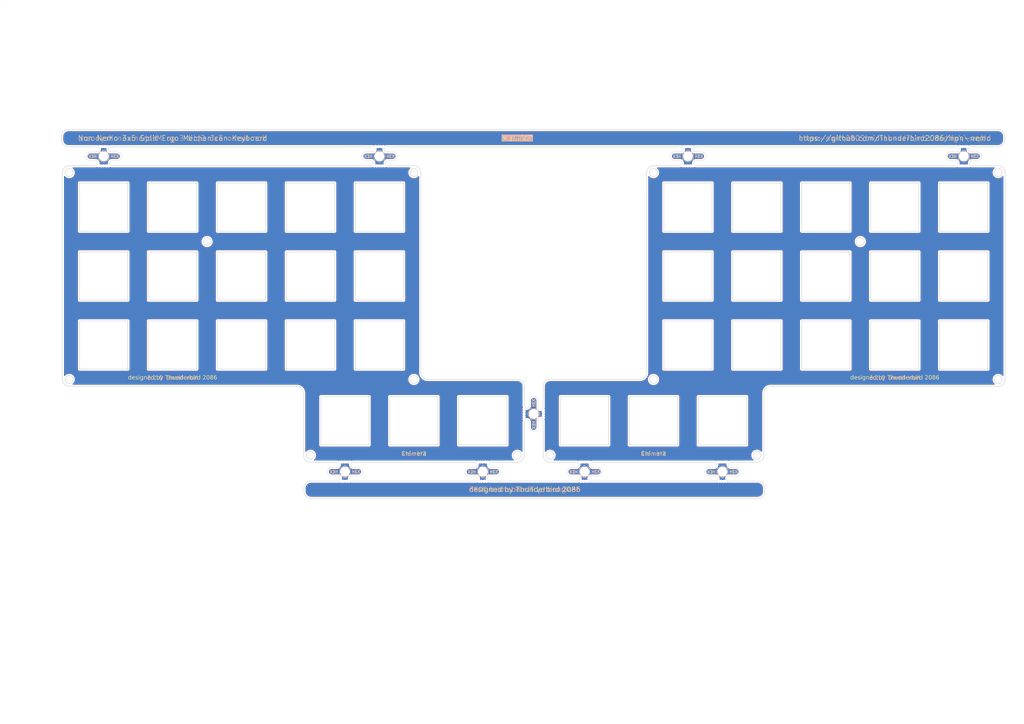
<source format=kicad_pcb>
(kicad_pcb (version 20240108) (generator "pcbnew") (generator_version "8.0")
  (title_block (title "top_chimera") (date "2025-04-06") (rev "0.1.6") (company "Allen Choi"))
  (layers (0 "F.Cu" signal) (31 "B.Cu" signal) (34 "B.Paste" user) (35 "F.Paste" user) (36 "B.SilkS" user "B.Silkscreen") (37 "F.SilkS" user "F.Silkscreen") (38 "B.Mask" user) (39 "F.Mask" user) (44 "Edge.Cuts" user))
  (net 0 "")
  (net 1 "GND")
  (footprint "mousebites_5p5mm_easysnap" (layer "F.Cu") (at 209.5 139.5 -90)
    (property "Reference" "X3" (hide yes))
    (property "Value" "5.5mm" (hide yes))
    (fp_line (start -1.5 3.9) (end -1.5 2.03) (stroke (width 0.1)) (layer "Edge.Cuts"))
    (fp_line (start -4 2.4) (end -4 3.9) (stroke (width 0.1)) (layer "Edge.Cuts"))
    (fp_line (start -1.5 -2.03) (end -1.5 -3.9) (stroke (width 0.1)) (layer "Edge.Cuts"))
    (fp_line (start -4 -3.9) (end -4 -2.4) (stroke (width 0.1)) (layer "Edge.Cuts"))
    (fp_arc (start -1.5 3.9) (mid -2.75 5.15) (end -4 3.9) (stroke (width 0.1)) (layer "Edge.Cuts"))
    (fp_arc (start -5.5 2.4) (mid -4.75 1.65) (end -4 2.4) (stroke (width 0.1)) (layer "Edge.Cuts"))
    (fp_arc (start -1.5 2.03) (mid -0.75 1.28) (end 0 2.03) (stroke (width 0.1)) (layer "Edge.Cuts"))
    (fp_arc (start 0 -2.03) (mid -0.75 -1.28) (end -1.5 -2.03) (stroke (width 0.1)) (layer "Edge.Cuts"))
    (fp_arc (start -4 -2.4) (mid -4.75 -1.65) (end -5.5 -2.4) (stroke (width 0.1)) (layer "Edge.Cuts"))
    (fp_arc (start -4 -3.9) (mid -2.75 -5.15) (end -1.5 -3.9) (stroke (width 0.1)) (layer "Edge.Cuts"))
    (fp_text user "HEX" (at -2.75 3.2 0) (layer "B.SilkS") (effects (font (size 0.8 0.8)) (justify mirror)))
    (fp_text user "HEX" (at -2.75 -3.2 180) (layer "B.SilkS") (effects (font (size 0.8 0.8)) (justify mirror)))
    (fp_text user "HEX" (at -2.75 -3.2 0) (layer "F.SilkS") (effects (font (size 0.8 0.8))))
    (fp_text user "HEX" (at -2.75 3.2 180) (layer "F.SilkS") (effects (font (size 0.8 0.8))))
    (pad "" np_thru_hole circle (at -5.55 -1.48 90) (size 0.5 0.5) (drill 0.5) (layers "F&B.Cu" "*.Mask"))
    (pad "" np_thru_hole circle (at -5.55 -0.74 90) (size 0.5 0.5) (drill 0.5) (layers "F&B.Cu" "*.Mask"))
    (pad "" np_thru_hole circle (at -5.55 0 90) (size 0.5 0.5) (drill 0.5) (layers "F&B.Cu" "*.Mask"))
    (pad "" np_thru_hole circle (at -5.55 0.74 90) (size 0.5 0.5) (drill 0.5) (layers "F&B.Cu" "*.Mask"))
    (pad "" np_thru_hole circle (at -5.55 1.48 90) (size 0.5 0.5) (drill 0.5) (layers "F&B.Cu" "*.Mask"))
    (pad "" np_thru_hole circle (at -2.75 0 90) (size 2.4 2.4) (drill 2.4) (layers "F&B.Cu" "*.Mask"))
    (pad "" np_thru_hole circle (at 0.05 -1.11 270) (size 0.5 0.5) (drill 0.5) (layers "F&B.Cu" "*.Mask"))
    (pad "" np_thru_hole circle (at 0.05 -0.37 270) (size 0.5 0.5) (drill 0.5) (layers "F&B.Cu" "*.Mask"))
    (pad "" np_thru_hole circle (at 0.05 0.37 270) (size 0.5 0.5) (drill 0.5) (layers "F&B.Cu" "*.Mask"))
    (pad "" np_thru_hole circle (at 0.05 1.11 270) (size 0.5 0.5) (drill 0.5) (layers "F&B.Cu" "*.Mask"))
  )
  (footprint "mousebites_5p5mm_easysnap" (layer "F.Cu") (at 279.5 42.5 90)
    (property "Reference" "X7" (hide yes))
    (property "Value" "5.5mm" (hide yes))
    (fp_line (start -4 -3.9) (end -4 -2.4) (stroke (width 0.1)) (layer "Edge.Cuts"))
    (fp_line (start -1.5 -2.03) (end -1.5 -3.9) (stroke (width 0.1)) (layer "Edge.Cuts"))
    (fp_line (start -4 2.4) (end -4 3.9) (stroke (width 0.1)) (layer "Edge.Cuts"))
    (fp_line (start -1.5 3.9) (end -1.5 2.03) (stroke (width 0.1)) (layer "Edge.Cuts"))
    (fp_arc (start -4 -3.9) (mid -2.75 -5.15) (end -1.5 -3.9) (stroke (width 0.1)) (layer "Edge.Cuts"))
    (fp_arc (start -4 -2.4) (mid -4.75 -1.65) (end -5.5 -2.4) (stroke (width 0.1)) (layer "Edge.Cuts"))
    (fp_arc (start 0 -2.03) (mid -0.75 -1.28) (end -1.5 -2.03) (stroke (width 0.1)) (layer "Edge.Cuts"))
    (fp_arc (start -1.5 2.03) (mid -0.75 1.28) (end 0 2.03) (stroke (width 0.1)) (layer "Edge.Cuts"))
    (fp_arc (start -5.5 2.4) (mid -4.75 1.65) (end -4 2.4) (stroke (width 0.1)) (layer "Edge.Cuts"))
    (fp_arc (start -1.5 3.9) (mid -2.75 5.15) (end -4 3.9) (stroke (width 0.1)) (layer "Edge.Cuts"))
    (fp_text user "HEX" (at -2.75 3.2 180) (layer "B.SilkS") (effects (font (size 0.8 0.8)) (justify mirror)))
    (fp_text user "HEX" (at -2.75 -3.2 0) (layer "B.SilkS") (effects (font (size 0.8 0.8)) (justify mirror)))
    (fp_text user "HEX" (at -2.75 3.2 0) (layer "F.SilkS") (effects (font (size 0.8 0.8))))
    (fp_text user "HEX" (at -2.75 -3.2 180) (layer "F.SilkS") (effects (font (size 0.8 0.8))))
    (pad "" np_thru_hole circle (at -5.55 -1.48 270) (size 0.5 0.5) (drill 0.5) (layers "F&B.Cu" "*.Mask"))
    (pad "" np_thru_hole circle (at -5.55 -0.74 270) (size 0.5 0.5) (drill 0.5) (layers "F&B.Cu" "*.Mask"))
    (pad "" np_thru_hole circle (at -5.55 0 270) (size 0.5 0.5) (drill 0.5) (layers "F&B.Cu" "*.Mask"))
    (pad "" np_thru_hole circle (at -5.55 0.74 270) (size 0.5 0.5) (drill 0.5) (layers "F&B.Cu" "*.Mask"))
    (pad "" np_thru_hole circle (at -5.55 1.48 270) (size 0.5 0.5) (drill 0.5) (layers "F&B.Cu" "*.Mask"))
    (pad "" np_thru_hole circle (at -2.75 0 270) (size 2.4 2.4) (drill 2.4) (layers "F&B.Cu" "*.Mask"))
    (pad "" np_thru_hole circle (at 0.05 -1.11 90) (size 0.5 0.5) (drill 0.5) (layers "F&B.Cu" "*.Mask"))
    (pad "" np_thru_hole circle (at 0.05 -0.37 90) (size 0.5 0.5) (drill 0.5) (layers "F&B.Cu" "*.Mask"))
    (pad "" np_thru_hole circle (at 0.05 0.37 90) (size 0.5 0.5) (drill 0.5) (layers "F&B.Cu" "*.Mask"))
    (pad "" np_thru_hole circle (at 0.05 1.11 90) (size 0.5 0.5) (drill 0.5) (layers "F&B.Cu" "*.Mask"))
  )
  (footprint "mousebites_5p5mm_easysnap" (layer "F.Cu") (at 199.5 42.5 90)
    (property "Reference" "X8" (hide yes))
    (property "Value" "5.5mm" (hide yes))
    (fp_line (start -4 -3.9) (end -4 -2.4) (stroke (width 0.1)) (layer "Edge.Cuts"))
    (fp_line (start -1.5 -2.03) (end -1.5 -3.9) (stroke (width 0.1)) (layer "Edge.Cuts"))
    (fp_line (start -4 2.4) (end -4 3.9) (stroke (width 0.1)) (layer "Edge.Cuts"))
    (fp_line (start -1.5 3.9) (end -1.5 2.03) (stroke (width 0.1)) (layer "Edge.Cuts"))
    (fp_arc (start -4 -3.9) (mid -2.75 -5.15) (end -1.5 -3.9) (stroke (width 0.1)) (layer "Edge.Cuts"))
    (fp_arc (start -4 -2.4) (mid -4.75 -1.65) (end -5.5 -2.4) (stroke (width 0.1)) (layer "Edge.Cuts"))
    (fp_arc (start 0 -2.03) (mid -0.75 -1.28) (end -1.5 -2.03) (stroke (width 0.1)) (layer "Edge.Cuts"))
    (fp_arc (start -1.5 2.03) (mid -0.75 1.28) (end 0 2.03) (stroke (width 0.1)) (layer "Edge.Cuts"))
    (fp_arc (start -5.5 2.4) (mid -4.75 1.65) (end -4 2.4) (stroke (width 0.1)) (layer "Edge.Cuts"))
    (fp_arc (start -1.5 3.9) (mid -2.75 5.15) (end -4 3.9) (stroke (width 0.1)) (layer "Edge.Cuts"))
    (fp_text user "HEX" (at -2.75 -3.2 0) (layer "B.SilkS") (effects (font (size 0.8 0.8)) (justify mirror)))
    (fp_text user "HEX" (at -2.75 3.2 180) (layer "B.SilkS") (effects (font (size 0.8 0.8)) (justify mirror)))
    (fp_text user "HEX" (at -2.75 3.2 0) (layer "F.SilkS") (effects (font (size 0.8 0.8))))
    (fp_text user "HEX" (at -2.75 -3.2 180) (layer "F.SilkS") (effects (font (size 0.8 0.8))))
    (pad "" np_thru_hole circle (at -5.55 -1.48 270) (size 0.5 0.5) (drill 0.5) (layers "F&B.Cu" "*.Mask"))
    (pad "" np_thru_hole circle (at -5.55 -0.74 270) (size 0.5 0.5) (drill 0.5) (layers "F&B.Cu" "*.Mask"))
    (pad "" np_thru_hole circle (at -5.55 0 270) (size 0.5 0.5) (drill 0.5) (layers "F&B.Cu" "*.Mask"))
    (pad "" np_thru_hole circle (at -5.55 0.74 270) (size 0.5 0.5) (drill 0.5) (layers "F&B.Cu" "*.Mask"))
    (pad "" np_thru_hole circle (at -5.55 1.48 270) (size 0.5 0.5) (drill 0.5) (layers "F&B.Cu" "*.Mask"))
    (pad "" np_thru_hole circle (at -2.75 0 270) (size 2.4 2.4) (drill 2.4) (layers "F&B.Cu" "*.Mask"))
    (pad "" np_thru_hole circle (at 0.05 -1.11 90) (size 0.5 0.5) (drill 0.5) (layers "F&B.Cu" "*.Mask"))
    (pad "" np_thru_hole circle (at 0.05 -0.37 90) (size 0.5 0.5) (drill 0.5) (layers "F&B.Cu" "*.Mask"))
    (pad "" np_thru_hole circle (at 0.05 0.37 90) (size 0.5 0.5) (drill 0.5) (layers "F&B.Cu" "*.Mask"))
    (pad "" np_thru_hole circle (at 0.05 1.11 90) (size 0.5 0.5) (drill 0.5) (layers "F&B.Cu" "*.Mask"))
  )
  (footprint "mousebites_5p5mm_easysnap" (layer "F.Cu") (at 157.5 120)
    (property "Reference" "X9" (hide yes))
    (property "Value" "5.5mm" (hide yes))
    (fp_line (start -4 -3.9) (end -4 -2.4) (stroke (width 0.1)) (layer "Edge.Cuts"))
    (fp_line (start -4 2.4) (end -4 3.9) (stroke (width 0.1)) (layer "Edge.Cuts"))
    (fp_line (start -1.5 -2.03) (end -1.5 -3.9) (stroke (width 0.1)) (layer "Edge.Cuts"))
    (fp_line (start -1.5 3.9) (end -1.5 2.03) (stroke (width 0.1)) (layer "Edge.Cuts"))
    (fp_arc (start -5.5 2.4) (mid -4.75 1.65) (end -4 2.4) (stroke (width 0.1)) (layer "Edge.Cuts"))
    (fp_arc (start -4 -3.9) (mid -2.75 -5.15) (end -1.5 -3.9) (stroke (width 0.1)) (layer "Edge.Cuts"))
    (fp_arc (start -4 -2.4) (mid -4.75 -1.65) (end -5.5 -2.4) (stroke (width 0.1)) (layer "Edge.Cuts"))
    (fp_arc (start -1.5 2.03) (mid -0.75 1.28) (end 0 2.03) (stroke (width 0.1)) (layer "Edge.Cuts"))
    (fp_arc (start -1.5 3.9) (mid -2.75 5.15) (end -4 3.9) (stroke (width 0.1)) (layer "Edge.Cuts"))
    (fp_arc (start 0 -2.03) (mid -0.75 -1.28) (end -1.5 -2.03) (stroke (width 0.1)) (layer "Edge.Cuts"))
    (fp_text user "HEX" (at -2.75 -3.2 -90) (layer "B.SilkS") (effects (font (size 0.8 0.8)) (justify mirror)))
    (fp_text user "HEX" (at -2.75 3.2 90) (layer "B.SilkS") (effects (font (size 0.8 0.8)) (justify mirror)))
    (fp_text user "HEX" (at -2.75 -3.2 90) (layer "F.SilkS") (effects (font (size 0.8 0.8))))
    (fp_text user "HEX" (at -2.75 3.2 -90) (layer "F.SilkS") (effects (font (size 0.8 0.8))))
    (pad "" np_thru_hole circle (at -5.55 -1.48 180) (size 0.5 0.5) (drill 0.5) (layers "F&B.Cu" "*.Mask"))
    (pad "" np_thru_hole circle (at -5.55 -0.74 180) (size 0.5 0.5) (drill 0.5) (layers "F&B.Cu" "*.Mask"))
    (pad "" np_thru_hole circle (at -5.55 0 180) (size 0.5 0.5) (drill 0.5) (layers "F&B.Cu" "*.Mask"))
    (pad "" np_thru_hole circle (at -5.55 0.74 180) (size 0.5 0.5) (drill 0.5) (layers "F&B.Cu" "*.Mask"))
    (pad "" np_thru_hole circle (at -5.55 1.48 180) (size 0.5 0.5) (drill 0.5) (layers "F&B.Cu" "*.Mask"))
    (pad "" np_thru_hole circle (at -2.75 0 180) (size 2.4 2.4) (drill 2.4) (layers "F&B.Cu" "*.Mask"))
    (pad "" np_thru_hole circle (at 0.05 -1.11) (size 0.5 0.5) (drill 0.5) (layers "F&B.Cu" "*.Mask"))
    (pad "" np_thru_hole circle (at 0.05 -0.37) (size 0.5 0.5) (drill 0.5) (layers "F&B.Cu" "*.Mask"))
    (pad "" np_thru_hole circle (at 0.05 0.37) (size 0.5 0.5) (drill 0.5) (layers "F&B.Cu" "*.Mask"))
    (pad "" np_thru_hole circle (at 0.05 1.11) (size 0.5 0.5) (drill 0.5) (layers "F&B.Cu" "*.Mask"))
  )
  (footprint "mousebites_5p5mm_easysnap" (layer "F.Cu") (at 169.5 139.5 -90)
    (property "Reference" "X4" (hide yes))
    (property "Value" "5.5mm" (hide yes))
    (fp_line (start -1.5 3.9) (end -1.5 2.03) (stroke (width 0.1)) (layer "Edge.Cuts"))
    (fp_line (start -4 2.4) (end -4 3.9) (stroke (width 0.1)) (layer "Edge.Cuts"))
    (fp_line (start -1.5 -2.03) (end -1.5 -3.9) (stroke (width 0.1)) (layer "Edge.Cuts"))
    (fp_line (start -4 -3.9) (end -4 -2.4) (stroke (width 0.1)) (layer "Edge.Cuts"))
    (fp_arc (start -1.5 3.9) (mid -2.75 5.15) (end -4 3.9) (stroke (width 0.1)) (layer "Edge.Cuts"))
    (fp_arc (start -5.5 2.4) (mid -4.75 1.65) (end -4 2.4) (stroke (width 0.1)) (layer "Edge.Cuts"))
    (fp_arc (start -1.5 2.03) (mid -0.75 1.28) (end 0 2.03) (stroke (width 0.1)) (layer "Edge.Cuts"))
    (fp_arc (start 0 -2.03) (mid -0.75 -1.28) (end -1.5 -2.03) (stroke (width 0.1)) (layer "Edge.Cuts"))
    (fp_arc (start -4 -2.4) (mid -4.75 -1.65) (end -5.5 -2.4) (stroke (width 0.1)) (layer "Edge.Cuts"))
    (fp_arc (start -4 -3.9) (mid -2.75 -5.15) (end -1.5 -3.9) (stroke (width 0.1)) (layer "Edge.Cuts"))
    (fp_text user "HEX" (at -2.75 3.2 0) (layer "B.SilkS") (effects (font (size 0.8 0.8)) (justify mirror)))
    (fp_text user "HEX" (at -2.75 -3.2 180) (layer "B.SilkS") (effects (font (size 0.8 0.8)) (justify mirror)))
    (fp_text user "HEX" (at -2.75 -3.2 0) (layer "F.SilkS") (effects (font (size 0.8 0.8))))
    (fp_text user "HEX" (at -2.75 3.2 180) (layer "F.SilkS") (effects (font (size 0.8 0.8))))
    (pad "" np_thru_hole circle (at -5.55 -1.48 90) (size 0.5 0.5) (drill 0.5) (layers "F&B.Cu" "*.Mask"))
    (pad "" np_thru_hole circle (at -5.55 -0.74 90) (size 0.5 0.5) (drill 0.5) (layers "F&B.Cu" "*.Mask"))
    (pad "" np_thru_hole circle (at -5.55 0 90) (size 0.5 0.5) (drill 0.5) (layers "F&B.Cu" "*.Mask"))
    (pad "" np_thru_hole circle (at -5.55 0.74 90) (size 0.5 0.5) (drill 0.5) (layers "F&B.Cu" "*.Mask"))
    (pad "" np_thru_hole circle (at -5.55 1.48 90) (size 0.5 0.5) (drill 0.5) (layers "F&B.Cu" "*.Mask"))
    (pad "" np_thru_hole circle (at -2.75 0 90) (size 2.4 2.4) (drill 2.4) (layers "F&B.Cu" "*.Mask"))
    (pad "" np_thru_hole circle (at 0.05 -1.11 270) (size 0.5 0.5) (drill 0.5) (layers "F&B.Cu" "*.Mask"))
    (pad "" np_thru_hole circle (at 0.05 -0.37 270) (size 0.5 0.5) (drill 0.5) (layers "F&B.Cu" "*.Mask"))
    (pad "" np_thru_hole circle (at 0.05 0.37 270) (size 0.5 0.5) (drill 0.5) (layers "F&B.Cu" "*.Mask"))
    (pad "" np_thru_hole circle (at 0.05 1.11 270) (size 0.5 0.5) (drill 0.5) (layers "F&B.Cu" "*.Mask"))
  )
  (footprint "mousebites_5p5mm_easysnap" (layer "F.Cu") (at 100 139.5 -90)
    (property "Reference" "X1" (hide yes))
    (property "Value" "5.5mm" (hide yes))
    (fp_line (start -1.5 3.9) (end -1.5 2.03) (stroke (width 0.1)) (layer "Edge.Cuts"))
    (fp_line (start -4 2.4) (end -4 3.9) (stroke (width 0.1)) (layer "Edge.Cuts"))
    (fp_line (start -1.5 -2.03) (end -1.5 -3.9) (stroke (width 0.1)) (layer "Edge.Cuts"))
    (fp_line (start -4 -3.9) (end -4 -2.4) (stroke (width 0.1)) (layer "Edge.Cuts"))
    (fp_arc (start -1.5 3.9) (mid -2.75 5.15) (end -4 3.9) (stroke (width 0.1)) (layer "Edge.Cuts"))
    (fp_arc (start -5.5 2.4) (mid -4.75 1.65) (end -4 2.4) (stroke (width 0.1)) (layer "Edge.Cuts"))
    (fp_arc (start -1.5 2.03) (mid -0.75 1.28) (end 0 2.03) (stroke (width 0.1)) (layer "Edge.Cuts"))
    (fp_arc (start 0 -2.03) (mid -0.75 -1.28) (end -1.5 -2.03) (stroke (width 0.1)) (layer "Edge.Cuts"))
    (fp_arc (start -4 -2.4) (mid -4.75 -1.65) (end -5.5 -2.4) (stroke (width 0.1)) (layer "Edge.Cuts"))
    (fp_arc (start -4 -3.9) (mid -2.75 -5.15) (end -1.5 -3.9) (stroke (width 0.1)) (layer "Edge.Cuts"))
    (fp_text user "HEX" (at -2.75 -3.2 180) (layer "B.SilkS") (effects (font (size 0.8 0.8)) (justify mirror)))
    (fp_text user "HEX" (at -2.75 3.2 0) (layer "B.SilkS") (effects (font (size 0.8 0.8)) (justify mirror)))
    (fp_text user "HEX" (at -2.75 3.2 180) (layer "F.SilkS") (effects (font (size 0.8 0.8))))
    (fp_text user "HEX" (at -2.75 -3.2 0) (layer "F.SilkS") (effects (font (size 0.8 0.8))))
    (pad "" np_thru_hole circle (at -5.55 -1.48 90) (size 0.5 0.5) (drill 0.5) (layers "F&B.Cu" "*.Mask"))
    (pad "" np_thru_hole circle (at -5.55 -0.74 90) (size 0.5 0.5) (drill 0.5) (layers "F&B.Cu" "*.Mask"))
    (pad "" np_thru_hole circle (at -5.55 0 90) (size 0.5 0.5) (drill 0.5) (layers "F&B.Cu" "*.Mask"))
    (pad "" np_thru_hole circle (at -5.55 0.74 90) (size 0.5 0.5) (drill 0.5) (layers "F&B.Cu" "*.Mask"))
    (pad "" np_thru_hole circle (at -5.55 1.48 90) (size 0.5 0.5) (drill 0.5) (layers "F&B.Cu" "*.Mask"))
    (pad "" np_thru_hole circle (at -2.75 0 90) (size 2.4 2.4) (drill 2.4) (layers "F&B.Cu" "*.Mask"))
    (pad "" np_thru_hole circle (at 0.05 -1.11 270) (size 0.5 0.5) (drill 0.5) (layers "F&B.Cu" "*.Mask"))
    (pad "" np_thru_hole circle (at 0.05 -0.37 270) (size 0.5 0.5) (drill 0.5) (layers "F&B.Cu" "*.Mask"))
    (pad "" np_thru_hole circle (at 0.05 0.37 270) (size 0.5 0.5) (drill 0.5) (layers "F&B.Cu" "*.Mask"))
    (pad "" np_thru_hole circle (at 0.05 1.11 270) (size 0.5 0.5) (drill 0.5) (layers "F&B.Cu" "*.Mask"))
  )
  (footprint "mousebites_5p5mm_easysnap" (layer "F.Cu") (at 30 42.5 90)
    (property "Reference" "X5" (hide yes))
    (property "Value" "5.5mm" (hide yes))
    (fp_line (start -4 -3.9) (end -4 -2.4) (stroke (width 0.1)) (layer "Edge.Cuts"))
    (fp_line (start -1.5 -2.03) (end -1.5 -3.9) (stroke (width 0.1)) (layer "Edge.Cuts"))
    (fp_line (start -4 2.4) (end -4 3.9) (stroke (width 0.1)) (layer "Edge.Cuts"))
    (fp_line (start -1.5 3.9) (end -1.5 2.03) (stroke (width 0.1)) (layer "Edge.Cuts"))
    (fp_arc (start -4 -3.9) (mid -2.75 -5.15) (end -1.5 -3.9) (stroke (width 0.1)) (layer "Edge.Cuts"))
    (fp_arc (start -4 -2.4) (mid -4.75 -1.65) (end -5.5 -2.4) (stroke (width 0.1)) (layer "Edge.Cuts"))
    (fp_arc (start 0 -2.03) (mid -0.75 -1.28) (end -1.5 -2.03) (stroke (width 0.1)) (layer "Edge.Cuts"))
    (fp_arc (start -1.5 2.03) (mid -0.75 1.28) (end 0 2.03) (stroke (width 0.1)) (layer "Edge.Cuts"))
    (fp_arc (start -5.5 2.4) (mid -4.75 1.65) (end -4 2.4) (stroke (width 0.1)) (layer "Edge.Cuts"))
    (fp_arc (start -1.5 3.9) (mid -2.75 5.15) (end -4 3.9) (stroke (width 0.1)) (layer "Edge.Cuts"))
    (fp_text user "HEX" (at -2.75 3.2 180) (layer "B.SilkS") (effects (font (size 0.8 0.8)) (justify mirror)))
    (fp_text user "HEX" (at -2.75 -3.2 0) (layer "B.SilkS") (effects (font (size 0.8 0.8)) (justify mirror)))
    (fp_text user "HEX" (at -2.75 3.2 0) (layer "F.SilkS") (effects (font (size 0.8 0.8))))
    (fp_text user "HEX" (at -2.75 -3.2 180) (layer "F.SilkS") (effects (font (size 0.8 0.8))))
    (pad "" np_thru_hole circle (at -5.55 -1.48 270) (size 0.5 0.5) (drill 0.5) (layers "F&B.Cu" "*.Mask"))
    (pad "" np_thru_hole circle (at -5.55 -0.74 270) (size 0.5 0.5) (drill 0.5) (layers "F&B.Cu" "*.Mask"))
    (pad "" np_thru_hole circle (at -5.55 0 270) (size 0.5 0.5) (drill 0.5) (layers "F&B.Cu" "*.Mask"))
    (pad "" np_thru_hole circle (at -5.55 0.74 270) (size 0.5 0.5) (drill 0.5) (layers "F&B.Cu" "*.Mask"))
    (pad "" np_thru_hole circle (at -5.55 1.48 270) (size 0.5 0.5) (drill 0.5) (layers "F&B.Cu" "*.Mask"))
    (pad "" np_thru_hole circle (at -2.75 0 270) (size 2.4 2.4) (drill 2.4) (layers "F&B.Cu" "*.Mask"))
    (pad "" np_thru_hole circle (at 0.05 -1.11 90) (size 0.5 0.5) (drill 0.5) (layers "F&B.Cu" "*.Mask"))
    (pad "" np_thru_hole circle (at 0.05 -0.37 90) (size 0.5 0.5) (drill 0.5) (layers "F&B.Cu" "*.Mask"))
    (pad "" np_thru_hole circle (at 0.05 0.37 90) (size 0.5 0.5) (drill 0.5) (layers "F&B.Cu" "*.Mask"))
    (pad "" np_thru_hole circle (at 0.05 1.11 90) (size 0.5 0.5) (drill 0.5) (layers "F&B.Cu" "*.Mask"))
  )
  (footprint "mousebites_5p5mm_easysnap" (layer "F.Cu") (at 110 42.5 90)
    (property "Reference" "X6" (hide yes))
    (property "Value" "5.5mm" (hide yes))
    (fp_line (start -4 -3.9) (end -4 -2.4) (stroke (width 0.1)) (layer "Edge.Cuts"))
    (fp_line (start -1.5 -2.03) (end -1.5 -3.9) (stroke (width 0.1)) (layer "Edge.Cuts"))
    (fp_line (start -4 2.4) (end -4 3.9) (stroke (width 0.1)) (layer "Edge.Cuts"))
    (fp_line (start -1.5 3.9) (end -1.5 2.03) (stroke (width 0.1)) (layer "Edge.Cuts"))
    (fp_arc (start -4 -3.9) (mid -2.75 -5.15) (end -1.5 -3.9) (stroke (width 0.1)) (layer "Edge.Cuts"))
    (fp_arc (start -4 -2.4) (mid -4.75 -1.65) (end -5.5 -2.4) (stroke (width 0.1)) (layer "Edge.Cuts"))
    (fp_arc (start 0 -2.03) (mid -0.75 -1.28) (end -1.5 -2.03) (stroke (width 0.1)) (layer "Edge.Cuts"))
    (fp_arc (start -1.5 2.03) (mid -0.75 1.28) (end 0 2.03) (stroke (width 0.1)) (layer "Edge.Cuts"))
    (fp_arc (start -5.5 2.4) (mid -4.75 1.65) (end -4 2.4) (stroke (width 0.1)) (layer "Edge.Cuts"))
    (fp_arc (start -1.5 3.9) (mid -2.75 5.15) (end -4 3.9) (stroke (width 0.1)) (layer "Edge.Cuts"))
    (fp_text user "HEX" (at -2.75 -3.2 0) (layer "B.SilkS") (effects (font (size 0.8 0.8)) (justify mirror)))
    (fp_text user "HEX" (at -2.75 3.2 180) (layer "B.SilkS") (effects (font (size 0.8 0.8)) (justify mirror)))
    (fp_text user "HEX" (at -2.75 3.2 0) (layer "F.SilkS") (effects (font (size 0.8 0.8))))
    (fp_text user "HEX" (at -2.75 -3.2 180) (layer "F.SilkS") (effects (font (size 0.8 0.8))))
    (pad "" np_thru_hole circle (at -5.55 -1.48 270) (size 0.5 0.5) (drill 0.5) (layers "F&B.Cu" "*.Mask"))
    (pad "" np_thru_hole circle (at -5.55 -0.74 270) (size 0.5 0.5) (drill 0.5) (layers "F&B.Cu" "*.Mask"))
    (pad "" np_thru_hole circle (at -5.55 0 270) (size 0.5 0.5) (drill 0.5) (layers "F&B.Cu" "*.Mask"))
    (pad "" np_thru_hole circle (at -5.55 0.74 270) (size 0.5 0.5) (drill 0.5) (layers "F&B.Cu" "*.Mask"))
    (pad "" np_thru_hole circle (at -5.55 1.48 270) (size 0.5 0.5) (drill 0.5) (layers "F&B.Cu" "*.Mask"))
    (pad "" np_thru_hole circle (at -2.75 0 270) (size 2.4 2.4) (drill 2.4) (layers "F&B.Cu" "*.Mask"))
    (pad "" np_thru_hole circle (at 0.05 -1.11 90) (size 0.5 0.5) (drill 0.5) (layers "F&B.Cu" "*.Mask"))
    (pad "" np_thru_hole circle (at 0.05 -0.37 90) (size 0.5 0.5) (drill 0.5) (layers "F&B.Cu" "*.Mask"))
    (pad "" np_thru_hole circle (at 0.05 0.37 90) (size 0.5 0.5) (drill 0.5) (layers "F&B.Cu" "*.Mask"))
    (pad "" np_thru_hole circle (at 0.05 1.11 90) (size 0.5 0.5) (drill 0.5) (layers "F&B.Cu" "*.Mask"))
  )
  (footprint "mousebites_5p5mm_easysnap" (layer "F.Cu") (at 140 139.5 -90)
    (property "Reference" "X2" (hide yes))
    (property "Value" "5.5mm" (hide yes))
    (fp_line (start -1.5 3.9) (end -1.5 2.03) (stroke (width 0.1)) (layer "Edge.Cuts"))
    (fp_line (start -4 2.4) (end -4 3.9) (stroke (width 0.1)) (layer "Edge.Cuts"))
    (fp_line (start -1.5 -2.03) (end -1.5 -3.9) (stroke (width 0.1)) (layer "Edge.Cuts"))
    (fp_line (start -4 -3.9) (end -4 -2.4) (stroke (width 0.1)) (layer "Edge.Cuts"))
    (fp_arc (start -1.5 3.9) (mid -2.75 5.15) (end -4 3.9) (stroke (width 0.1)) (layer "Edge.Cuts"))
    (fp_arc (start -5.5 2.4) (mid -4.75 1.65) (end -4 2.4) (stroke (width 0.1)) (layer "Edge.Cuts"))
    (fp_arc (start -1.5 2.03) (mid -0.75 1.28) (end 0 2.03) (stroke (width 0.1)) (layer "Edge.Cuts"))
    (fp_arc (start 0 -2.03) (mid -0.75 -1.28) (end -1.5 -2.03) (stroke (width 0.1)) (layer "Edge.Cuts"))
    (fp_arc (start -4 -2.4) (mid -4.75 -1.65) (end -5.5 -2.4) (stroke (width 0.1)) (layer "Edge.Cuts"))
    (fp_arc (start -4 -3.9) (mid -2.75 -5.15) (end -1.5 -3.9) (stroke (width 0.1)) (layer "Edge.Cuts"))
    (fp_text user "HEX" (at -2.75 -3.2 180) (layer "B.SilkS") (effects (font (size 0.8 0.8)) (justify mirror)))
    (fp_text user "HEX" (at -2.75 3.2 0) (layer "B.SilkS") (effects (font (size 0.8 0.8)) (justify mirror)))
    (fp_text user "HEX" (at -2.75 -3.2 0) (layer "F.SilkS") (effects (font (size 0.8 0.8))))
    (fp_text user "HEX" (at -2.75 3.2 180) (layer "F.SilkS") (effects (font (size 0.8 0.8))))
    (pad "" np_thru_hole circle (at -5.55 -1.48 90) (size 0.5 0.5) (drill 0.5) (layers "F&B.Cu" "*.Mask"))
    (pad "" np_thru_hole circle (at -5.55 -0.74 90) (size 0.5 0.5) (drill 0.5) (layers "F&B.Cu" "*.Mask"))
    (pad "" np_thru_hole circle (at -5.55 0 90) (size 0.5 0.5) (drill 0.5) (layers "F&B.Cu" "*.Mask"))
    (pad "" np_thru_hole circle (at -5.55 0.74 90) (size 0.5 0.5) (drill 0.5) (layers "F&B.Cu" "*.Mask"))
    (pad "" np_thru_hole circle (at -5.55 1.48 90) (size 0.5 0.5) (drill 0.5) (layers "F&B.Cu" "*.Mask"))
    (pad "" np_thru_hole circle (at -2.75 0 90) (size 2.4 2.4) (drill 2.4) (layers "F&B.Cu" "*.Mask"))
    (pad "" np_thru_hole circle (at 0.05 -1.11 270) (size 0.5 0.5) (drill 0.5) (layers "F&B.Cu" "*.Mask"))
    (pad "" np_thru_hole circle (at 0.05 -0.37 270) (size 0.5 0.5) (drill 0.5) (layers "F&B.Cu" "*.Mask"))
    (pad "" np_thru_hole circle (at 0.05 0.37 270) (size 0.5 0.5) (drill 0.5) (layers "F&B.Cu" "*.Mask"))
    (pad "" np_thru_hole circle (at 0.05 1.11 270) (size 0.5 0.5) (drill 0.5) (layers "F&B.Cu" "*.Mask"))
  )
  (gr_line (start 152 122.4) (end 152 132) (stroke (width 0.15)) (layer "Edge.Cuts"))
  (gr_line (start 266.5 93) (end 252.5 93) (stroke (width 0.15)) (layer "Edge.Cuts"))
  (gr_circle (center 189.5 50) (end 190.65 50) (stroke (width 0.15)) (fill none) (layer "Edge.Cuts"))
  (gr_line (start 252.5 93) (end 252.5 107) (stroke (width 0.15)) (layer "Edge.Cuts"))
  (gr_line (start 159.5 110) (end 185.5 110) (stroke (width 0.15)) (layer "Edge.Cuts"))
  (gr_line (start 107 115) (end 93 115) (stroke (width 0.15)) (layer "Edge.Cuts"))
  (gr_arc (start 18 50) (mid 18.585786 48.585786) (end 20 48) (stroke (width 0.15)) (layer "Edge.Cuts"))
  (gr_line (start 159.5 134) (end 167.1 134) (stroke (width 0.15)) (layer "Edge.Cuts"))
  (gr_line (start 117 107) (end 117 93) (stroke (width 0.15)) (layer "Edge.Cuts"))
  (gr_arc (start 219.733 139.5) (mid 221.147214 140.085786) (end 221.733 141.5) (stroke (width 0.15)) (layer "Edge.Cuts"))
  (gr_line (start 171.53 139.5) (end 207.47 139.5) (stroke (width 0.15)) (layer "Edge.Cuts"))
  (gr_arc (start 157.5 112) (mid 158.085786 110.585786) (end 159.5 110) (stroke (width 0.15)) (layer "Edge.Cuts"))
  (gr_arc (start 187.5 108) (mid 186.914214 109.414214) (end 185.5 110) (stroke (width 0.15)) (layer "Edge.Cuts"))
  (gr_line (start 19.8 42.5) (end 27.97 42.5) (stroke (width 0.15)) (layer "Edge.Cuts"))
  (gr_line (start 266.5 53) (end 252.5 53) (stroke (width 0.15)) (layer "Edge.Cuts"))
  (gr_line (start 43 67) (end 57 67) (stroke (width 0.15)) (layer "Edge.Cuts"))
  (gr_line (start 147 115) (end 133 115) (stroke (width 0.15)) (layer "Edge.Cuts"))
  (gr_line (start 150 134) (end 142.4 134) (stroke (width 0.15)) (layer "Edge.Cuts"))
  (gr_circle (center 120 110) (end 121.15 110) (stroke (width 0.15)) (fill none) (layer "Edge.Cuts"))
  (gr_line (start 226.5 87) (end 226.5 73) (stroke (width 0.15)) (layer "Edge.Cuts"))
  (gr_circle (center 289.5 50) (end 290.65 50) (stroke (width 0.15)) (fill none) (layer "Edge.Cuts"))
  (gr_line (start 246.5 53) (end 232.5 53) (stroke (width 0.15)) (layer "Edge.Cuts"))
  (gr_line (start 266.5 67) (end 266.5 53) (stroke (width 0.15)) (layer "Edge.Cuts"))
  (gr_line (start 206.5 87) (end 206.5 73) (stroke (width 0.15)) (layer "Edge.Cuts"))
  (gr_line (start 197.1 48) (end 189.5 48) (stroke (width 0.15)) (layer "Edge.Cuts"))
  (gr_line (start 93 115) (end 93 129) (stroke (width 0.15)) (layer "Edge.Cuts"))
  (gr_line (start 103 53) (end 103 67) (stroke (width 0.15)) (layer "Edge.Cuts"))
  (gr_line (start 246.5 67) (end 246.5 53) (stroke (width 0.15)) (layer "Edge.Cuts"))
  (gr_line (start 63 107) (end 77 107) (stroke (width 0.15)) (layer "Edge.Cuts"))
  (gr_line (start 32.03 42.5) (end 107.97 42.5) (stroke (width 0.15)) (layer "Edge.Cuts"))
  (gr_circle (center 90 132) (end 91.15 132) (stroke (width 0.15)) (fill none) (layer "Edge.Cuts"))
  (gr_line (start 192.5 93) (end 192.5 107) (stroke (width 0.15)) (layer "Edge.Cuts"))
  (gr_line (start 226.5 73) (end 212.5 73) (stroke (width 0.15)) (layer "Edge.Cuts"))
  (gr_line (start 176.5 115) (end 162.5 115) (stroke (width 0.15)) (layer "Edge.Cuts"))
  (gr_line (start 226.5 107) (end 226.5 93) (stroke (width 0.15)) (layer "Edge.Cuts"))
  (gr_line (start 23 73) (end 23 87) (stroke (width 0.15)) (layer "Edge.Cuts"))
  (gr_line (start 252.5 87) (end 266.5 87) (stroke (width 0.15)) (layer "Edge.Cuts"))
  (gr_line (start 192.5 53) (end 192.5 67) (stroke (width 0.15)) (layer "Edge.Cuts"))
  (gr_line (start 103 67) (end 117 67) (stroke (width 0.15)) (layer "Edge.Cuts"))
  (gr_line (start 103 73) (end 103 87) (stroke (width 0.15)) (layer "Edge.Cuts"))
  (gr_line (start 20 48) (end 27.6 48) (stroke (width 0.15)) (layer "Edge.Cuts"))
  (gr_line (start 162.5 115) (end 162.5 129) (stroke (width 0.15)) (layer "Edge.Cuts"))
  (gr_line (start 147 129) (end 147 115) (stroke (width 0.15)) (layer "Edge.Cuts"))
  (gr_line (start 182.5 115) (end 182.5 129) (stroke (width 0.15)) (layer "Edge.Cuts"))
  (gr_line (start 37 73) (end 23 73) (stroke (width 0.15)) (layer "Edge.Cuts"))
  (gr_line (start 142.03 139.5) (end 167.47 139.5) (stroke (width 0.15)) (layer "Edge.Cuts"))
  (gr_line (start 113 129) (end 127 129) (stroke (width 0.15)) (layer "Edge.Cuts"))
  (gr_line (start 18 110) (end 18 50) (stroke (width 0.15)) (layer "Edge.Cuts"))
  (gr_line (start 246.5 73) (end 232.5 73) (stroke (width 0.15)) (layer "Edge.Cuts"))
  (gr_line (start 117 67) (end 117 53) (stroke (width 0.15)) (layer "Edge.Cuts"))
  (gr_line (start 127 115) (end 113 115) (stroke (width 0.15)) (layer "Edge.Cuts"))
  (gr_line (start 77 53) (end 63 53) (stroke (width 0.15)) (layer "Edge.Cuts"))
  (gr_line (start 212.5 87) (end 226.5 87) (stroke (width 0.15)) (layer "Edge.Cuts"))
  (gr_line (start 63 93) (end 63 107) (stroke (width 0.15)) (layer "Edge.Cuts"))
  (gr_line (start 23 87) (end 37 87) (stroke (width 0.15)) (layer "Edge.Cuts"))
  (gr_arc (start 150 110) (mid 151.414214 110.585786) (end 152 112) (stroke (width 0.15)) (layer "Edge.Cuts"))
  (gr_line (start 226.5 53) (end 212.5 53) (stroke (width 0.15)) (layer "Edge.Cuts"))
  (gr_arc (start 221.733 142.5) (mid 221.147214 143.914214) (end 219.733 144.5) (stroke (width 0.15)) (layer "Edge.Cuts"))
  (gr_line (start 266.5 87) (end 266.5 73) (stroke (width 0.15)) (layer "Edge.Cuts"))
  (gr_arc (start 289.5 48) (mid 290.914214 48.585786) (end 291.5 50) (stroke (width 0.15)) (layer "Edge.Cuts"))
  (gr_line (start 102.03 139.5) (end 137.97 139.5) (stroke (width 0.15)) (layer "Edge.Cuts"))
  (gr_line (start 113 115) (end 113 129) (stroke (width 0.15)) (layer "Edge.Cuts"))
  (gr_arc (start 86 112) (mid 87.414214 112.585786) (end 88 114) (stroke (width 0.15)) (layer "Edge.Cuts"))
  (gr_line (start 286.5 107) (end 286.5 93) (stroke (width 0.15)) (layer "Edge.Cuts"))
  (gr_circle (center 20 110) (end 21.15 110) (stroke (width 0.15)) (fill none) (layer "Edge.Cuts"))
  (gr_circle (center 289.5 110) (end 290.65 110) (stroke (width 0.15)) (fill none) (layer "Edge.Cuts"))
  (gr_line (start 232.5 73) (end 232.5 87) (stroke (width 0.15)) (layer "Edge.Cuts"))
  (gr_line (start 272.5 87) (end 286.5 87) (stroke (width 0.15)) (layer "Edge.Cuts"))
  (gr_line (start 37 107) (end 37 93) (stroke (width 0.15)) (layer "Edge.Cuts"))
  (gr_line (start 157.5 112) (end 157.5 117.97) (stroke (width 0.15)) (layer "Edge.Cuts"))
  (gr_line (start 117 93) (end 103 93) (stroke (width 0.15)) (layer "Edge.Cuts"))
  (gr_line (start 97 67) (end 97 53) (stroke (width 0.15)) (layer "Edge.Cuts"))
  (gr_arc (start 90.133 144.5) (mid 88.718786 143.914214) (end 88.133 142.5) (stroke (width 0.15)) (layer "Edge.Cuts"))
  (gr_line (start 187.5 108) (end 187.5 50) (stroke (width 0.15)) (layer "Edge.Cuts"))
  (gr_line (start 176.5 129) (end 176.5 115) (stroke (width 0.15)) (layer "Edge.Cuts"))
  (gr_line (start 124 110) (end 150 110) (stroke (width 0.15)) (layer "Edge.Cuts"))
  (gr_line (start 232.5 67) (end 246.5 67) (stroke (width 0.15)) (layer "Edge.Cuts"))
  (gr_line (start 226.5 67) (end 226.5 53) (stroke (width 0.15)) (layer "Edge.Cuts"))
  (gr_line (start 57 53) (end 43 53) (stroke (width 0.15)) (layer "Edge.Cuts"))
  (gr_line (start 88 114) (end 88 132) (stroke (width 0.15)) (layer "Edge.Cuts"))
  (gr_line (start 272.5 67) (end 286.5 67) (stroke (width 0.15)) (layer "Edge.Cuts"))
  (gr_line (start 232.5 53) (end 232.5 67) (stroke (width 0.15)) (layer "Edge.Cuts"))
  (gr_line (start 272.5 73) (end 272.5 87) (stroke (width 0.15)) (layer "Edge.Cuts"))
  (gr_line (start 23 93) (end 23 107) (stroke (width 0.15)) (layer "Edge.Cuts"))
  (gr_arc (start 152 132) (mid 151.414214 133.414214) (end 150 134) (stroke (width 0.15)) (layer "Edge.Cuts"))
  (gr_line (start 289.4 37.5) (end 19.8 37.5) (stroke (width 0.15)) (layer "Edge.Cuts"))
  (gr_line (start 211.53 139.5) (end 219.733 139.5) (stroke (width 0.15)) (layer "Edge.Cuts"))
  (gr_line (start 207.1 134) (end 171.9 134) (stroke (width 0.15)) (layer "Edge.Cuts"))
  (gr_line (start 83 73) (end 83 87) (stroke (width 0.15)) (layer "Edge.Cuts"))
  (gr_line (start 37 93) (end 23 93) (stroke (width 0.15)) (layer "Edge.Cuts"))
  (gr_line (start 252.5 53) (end 252.5 67) (stroke (width 0.15)) (layer "Edge.Cuts"))
  (gr_line (start 63 67) (end 77 67) (stroke (width 0.15)) (layer "Edge.Cuts"))
  (gr_line (start 0 0) (end 0 0) (stroke (width 0.15)) (layer "Edge.Cuts"))
  (gr_line (start 206.5 107) (end 206.5 93) (stroke (width 0.15)) (layer "Edge.Cuts"))
  (gr_circle (center 189.5 110) (end 190.65 110) (stroke (width 0.15)) (fill none) (layer "Edge.Cuts"))
  (gr_line (start 277.1 48) (end 201.9 48) (stroke (width 0.15)) (layer "Edge.Cuts"))
  (gr_line (start 57 73) (end 43 73) (stroke (width 0.15)) (layer "Edge.Cuts"))
  (gr_line (start 133 115) (end 133 129) (stroke (width 0.15)) (layer "Edge.Cuts"))
  (gr_line (start 57 93) (end 43 93) (stroke (width 0.15)) (layer "Edge.Cuts"))
  (gr_line (start 43 53) (end 43 67) (stroke (width 0.15)) (layer "Edge.Cuts"))
  (gr_circle (center 249.5 70) (end 250.65 70) (stroke (width 0.15)) (fill none) (layer "Edge.Cuts"))
  (gr_line (start 212.5 73) (end 212.5 87) (stroke (width 0.15)) (layer "Edge.Cuts"))
  (gr_line (start 202.5 129) (end 216.5 129) (stroke (width 0.15)) (layer "Edge.Cuts"))
  (gr_line (start 286.5 93) (end 272.5 93) (stroke (width 0.15)) (layer "Edge.Cuts"))
  (gr_line (start 281.9 48) (end 289.5 48) (stroke (width 0.15)) (layer "Edge.Cuts"))
  (gr_line (start 291.4 40.5) (end 291.4 39.5) (stroke (width 0.15)) (layer "Edge.Cuts"))
  (gr_line (start 201.53 42.5) (end 277.47 42.5) (stroke (width 0.15)) (layer "Edge.Cuts"))
  (gr_line (start 252.5 67) (end 266.5 67) (stroke (width 0.15)) (layer "Edge.Cuts"))
  (gr_line (start 206.5 53) (end 192.5 53) (stroke (width 0.15)) (layer "Edge.Cuts"))
  (gr_line (start 211.9 134) (end 219.5 134) (stroke (width 0.15)) (layer "Edge.Cuts"))
  (gr_line (start 216.5 129) (end 216.5 115) (stroke (width 0.15)) (layer "Edge.Cuts"))
  (gr_line (start 0 0) (end 0 0) (stroke (width 0.15)) (layer "Edge.Cuts"))
  (gr_arc (start 88.133 141.5) (mid 88.718786 140.085786) (end 90.133 139.5) (stroke (width 0.15)) (layer "Edge.Cuts"))
  (gr_line (start 246.5 87) (end 246.5 73) (stroke (width 0.15)) (layer "Edge.Cuts"))
  (gr_arc (start 289.4 37.5) (mid 290.814214 38.085786) (end 291.4 39.5) (stroke (width 0.15)) (layer "Edge.Cuts"))
  (gr_line (start 17.8 39.5) (end 17.8 40.5) (stroke (width 0.15)) (layer "Edge.Cuts"))
  (gr_line (start 197.47 42.5) (end 112.03 42.5) (stroke (width 0.15)) (layer "Edge.Cuts"))
  (gr_line (start 117 87) (end 117 73) (stroke (width 0.15)) (layer "Edge.Cuts"))
  (gr_line (start 286.5 53) (end 272.5 53) (stroke (width 0.15)) (layer "Edge.Cuts"))
  (gr_line (start 20 112) (end 86 112) (stroke (width 0.15)) (layer "Edge.Cuts"))
  (gr_line (start 206.5 73) (end 192.5 73) (stroke (width 0.15)) (layer "Edge.Cuts"))
  (gr_line (start 103 87) (end 117 87) (stroke (width 0.15)) (layer "Edge.Cuts"))
  (gr_line (start 37 87) (end 37 73) (stroke (width 0.15)) (layer "Edge.Cuts"))
  (gr_line (start 97 107) (end 97 93) (stroke (width 0.15)) (layer "Edge.Cuts"))
  (gr_circle (center 120 50) (end 121.15 50) (stroke (width 0.15)) (fill none) (layer "Edge.Cuts"))
  (gr_line (start 192.5 87) (end 206.5 87) (stroke (width 0.15)) (layer "Edge.Cuts"))
  (gr_arc (start 187.5 50) (mid 188.085786 48.585786) (end 189.5 48) (stroke (width 0.15)) (layer "Edge.Cuts"))
  (gr_line (start 221.5 132) (end 221.5 114) (stroke (width 0.15)) (layer "Edge.Cuts"))
  (gr_line (start 83 107) (end 97 107) (stroke (width 0.15)) (layer "Edge.Cuts"))
  (gr_line (start 291.5 110) (end 291.5 50) (stroke (width 0.15)) (layer "Edge.Cuts"))
  (gr_line (start 246.5 107) (end 246.5 93) (stroke (width 0.15)) (layer "Edge.Cuts"))
  (gr_line (start 286.5 73) (end 272.5 73) (stroke (width 0.15)) (layer "Edge.Cuts"))
  (gr_arc (start 221.5 132) (mid 220.914214 133.414214) (end 219.5 134) (stroke (width 0.15)) (layer "Edge.Cuts"))
  (gr_line (start 77 87) (end 77 73) (stroke (width 0.15)) (layer "Edge.Cuts"))
  (gr_line (start 182.5 129) (end 196.5 129) (stroke (width 0.15)) (layer "Edge.Cuts"))
  (gr_line (start 272.5 107) (end 286.5 107) (stroke (width 0.15)) (layer "Edge.Cuts"))
  (gr_line (start 252.5 73) (end 252.5 87) (stroke (width 0.15)) (layer "Edge.Cuts"))
  (gr_line (start 206.5 67) (end 206.5 53) (stroke (width 0.15)) (layer "Edge.Cuts"))
  (gr_line (start 266.5 73) (end 252.5 73) (stroke (width 0.15)) (layer "Edge.Cuts"))
  (gr_line (start 37 53) (end 23 53) (stroke (width 0.15)) (layer "Edge.Cuts"))
  (gr_line (start 77 73) (end 63 73) (stroke (width 0.15)) (layer "Edge.Cuts"))
  (gr_line (start 93 129) (end 107 129) (stroke (width 0.15)) (layer "Edge.Cuts"))
  (gr_arc (start 291.5 110) (mid 290.914214 111.414214) (end 289.5 112) (stroke (width 0.15)) (layer "Edge.Cuts"))
  (gr_line (start 281.53 42.5) (end 289.4 42.5) (stroke (width 0.15)) (layer "Edge.Cuts"))
  (gr_line (start 137.6 134) (end 102.4 134) (stroke (width 0.15)) (layer "Edge.Cuts"))
  (gr_line (start 196.5 129) (end 196.5 115) (stroke (width 0.15)) (layer "Edge.Cuts"))
  (gr_arc (start 90 134) (mid 88.585786 133.414214) (end 88 132) (stroke (width 0.15)) (layer "Edge.Cuts"))
  (gr_line (start 272.5 93) (end 272.5 107) (stroke (width 0.15)) (layer "Edge.Cuts"))
  (gr_line (start 83 93) (end 83 107) (stroke (width 0.15)) (layer "Edge.Cuts"))
  (gr_line (start 23 107) (end 37 107) (stroke (width 0.15)) (layer "Edge.Cuts"))
  (gr_line (start 77 107) (end 77 93) (stroke (width 0.15)) (layer "Edge.Cuts"))
  (gr_line (start 286.5 87) (end 286.5 73) (stroke (width 0.15)) (layer "Edge.Cuts"))
  (gr_line (start 0 0) (end 0 0) (stroke (width 0.15)) (layer "Edge.Cuts"))
  (gr_line (start 90 134) (end 97.6 134) (stroke (width 0.15)) (layer "Edge.Cuts"))
  (gr_line (start 63 73) (end 63 87) (stroke (width 0.15)) (layer "Edge.Cuts"))
  (gr_line (start 97.97 139.5) (end 90.133 139.5) (stroke (width 0.15)) (layer "Edge.Cuts"))
  (gr_line (start 117 53) (end 103 53) (stroke (width 0.15)) (layer "Edge.Cuts"))
  (gr_arc (start 120 48) (mid 121.414214 48.585786) (end 122 50) (stroke (width 0.15)) (layer "Edge.Cuts"))
  (gr_line (start 97 73) (end 83 73) (stroke (width 0.15)) (layer "Edge.Cuts"))
  (gr_line (start 83 67) (end 97 67) (stroke (width 0.15)) (layer "Edge.Cuts"))
  (gr_line (start 23 53) (end 23 67) (stroke (width 0.15)) (layer "Edge.Cuts"))
  (gr_line (start 103 93) (end 103 107) (stroke (width 0.15)) (layer "Edge.Cuts"))
  (gr_line (start 120 48) (end 112.4 48) (stroke (width 0.15)) (layer "Edge.Cuts"))
  (gr_line (start 162.5 129) (end 176.5 129) (stroke (width 0.15)) (layer "Edge.Cuts"))
  (gr_line (start 212.5 67) (end 226.5 67) (stroke (width 0.15)) (layer "Edge.Cuts"))
  (gr_line (start 212.5 93) (end 212.5 107) (stroke (width 0.15)) (layer "Edge.Cuts"))
  (gr_line (start 232.5 93) (end 232.5 107) (stroke (width 0.15)) (layer "Edge.Cuts"))
  (gr_line (start 196.5 115) (end 182.5 115) (stroke (width 0.15)) (layer "Edge.Cuts"))
  (gr_arc (start 17.8 39.5) (mid 18.385786 38.085786) (end 19.8 37.5) (stroke (width 0.15)) (layer "Edge.Cuts"))
  (gr_line (start 212.5 53) (end 212.5 67) (stroke (width 0.15)) (layer "Edge.Cuts"))
  (gr_line (start 63 87) (end 77 87) (stroke (width 0.15)) (layer "Edge.Cuts"))
  (gr_line (start 90.133 144.5) (end 219.733 144.5) (stroke (width 0.15)) (layer "Edge.Cuts"))
  (gr_line (start 83 87) (end 97 87) (stroke (width 0.15)) (layer "Edge.Cuts"))
  (gr_line (start 43 93) (end 43 107) (stroke (width 0.15)) (layer "Edge.Cuts"))
  (gr_arc (start 19.8 42.5) (mid 18.385786 41.914214) (end 17.8 40.5) (stroke (width 0.15)) (layer "Edge.Cuts"))
  (gr_line (start 152 117.6) (end 152 112) (stroke (width 0.15)) (layer "Edge.Cuts"))
  (gr_line (start 252.5 107) (end 266.5 107) (stroke (width 0.15)) (layer "Edge.Cuts"))
  (gr_line (start 266.5 107) (end 266.5 93) (stroke (width 0.15)) (layer "Edge.Cuts"))
  (gr_line (start 192.5 73) (end 192.5 87) (stroke (width 0.15)) (layer "Edge.Cuts"))
  (gr_line (start 192.5 67) (end 206.5 67) (stroke (width 0.15)) (layer "Edge.Cuts"))
  (gr_line (start 23 67) (end 37 67) (stroke (width 0.15)) (layer "Edge.Cuts"))
  (gr_line (start 77 93) (end 63 93) (stroke (width 0.15)) (layer "Edge.Cuts"))
  (gr_line (start 43 73) (end 43 87) (stroke (width 0.15)) (layer "Edge.Cuts"))
  (gr_circle (center 150 132) (end 151.15 132) (stroke (width 0.15)) (fill none) (layer "Edge.Cuts"))
  (gr_line (start 133 129) (end 147 129) (stroke (width 0.15)) (layer "Edge.Cuts"))
  (gr_line (start 127 129) (end 127 115) (stroke (width 0.15)) (layer "Edge.Cuts"))
  (gr_line (start 57 107) (end 57 93) (stroke (width 0.15)) (layer "Edge.Cuts"))
  (gr_line (start 37 67) (end 37 53) (stroke (width 0.15)) (layer "Edge.Cuts"))
  (gr_line (start 77 67) (end 77 53) (stroke (width 0.15)) (layer "Edge.Cuts"))
  (gr_circle (center 219.5 132) (end 220.65 132) (stroke (width 0.15)) (fill none) (layer "Edge.Cuts"))
  (gr_line (start 97 93) (end 83 93) (stroke (width 0.15)) (layer "Edge.Cuts"))
  (gr_line (start 107.6 48) (end 32.4 48) (stroke (width 0.15)) (layer "Edge.Cuts"))
  (gr_arc (start 20 112) (mid 18.585786 111.414214) (end 18 110) (stroke (width 0.15)) (layer "Edge.Cuts"))
  (gr_line (start 88.133 141.5) (end 88.133 142.5) (stroke (width 0.15)) (layer "Edge.Cuts"))
  (gr_circle (center 20 50) (end 21.15 50) (stroke (width 0.15)) (fill none) (layer "Edge.Cuts"))
  (gr_circle (center 159.5 132) (end 160.65 132) (stroke (width 0.15)) (fill none) (layer "Edge.Cuts"))
  (gr_line (start 97 87) (end 97 73) (stroke (width 0.15)) (layer "Edge.Cuts"))
  (gr_line (start 57 87) (end 57 73) (stroke (width 0.15)) (layer "Edge.Cuts"))
  (gr_line (start 246.5 93) (end 232.5 93) (stroke (width 0.15)) (layer "Edge.Cuts"))
  (gr_line (start 202.5 115) (end 202.5 129) (stroke (width 0.15)) (layer "Edge.Cuts"))
  (gr_line (start 192.5 107) (end 206.5 107) (stroke (width 0.15)) (layer "Edge.Cuts"))
  (gr_line (start 272.5 53) (end 272.5 67) (stroke (width 0.15)) (layer "Edge.Cuts"))
  (gr_line (start 232.5 87) (end 246.5 87) (stroke (width 0.15)) (layer "Edge.Cuts"))
  (gr_circle (center 60 70) (end 61.15 70) (stroke (width 0.15)) (fill none) (layer "Edge.Cuts"))
  (gr_arc (start 124 110) (mid 122.585786 109.414214) (end 122 108) (stroke (width 0.15)) (layer "Edge.Cuts"))
  (gr_line (start 117 73) (end 103 73) (stroke (width 0.15)) (layer "Edge.Cuts"))
  (gr_line (start 107 129) (end 107 115) (stroke (width 0.15)) (layer "Edge.Cuts"))
  (gr_line (start 122 108) (end 122 50) (stroke (width 0.15)) (layer "Edge.Cuts"))
  (gr_arc (start 159.5 134) (mid 158.085786 133.414214) (end 157.5 132) (stroke (width 0.15)) (layer "Edge.Cuts"))
  (gr_line (start 157.5 122.03) (end 157.5 132) (stroke (width 0.15)) (layer "Edge.Cuts"))
  (gr_line (start 226.5 93) (end 212.5 93) (stroke (width 0.15)) (layer "Edge.Cuts"))
  (gr_line (start 206.5 93) (end 192.5 93) (stroke (width 0.15)) (layer "Edge.Cuts"))
  (gr_line (start 63 53) (end 63 67) (stroke (width 0.15)) (layer "Edge.Cuts"))
  (gr_line (start 216.5 115) (end 202.5 115) (stroke (width 0.15)) (layer "Edge.Cuts"))
  (gr_line (start 221.733 142.5) (end 221.733 141.5) (stroke (width 0.15)) (layer "Edge.Cuts"))
  (gr_line (start 57 67) (end 57 53) (stroke (width 0.15)) (layer "Edge.Cuts"))
  (gr_line (start 103 107) (end 117 107) (stroke (width 0.15)) (layer "Edge.Cuts"))
  (gr_arc (start 221.5 114) (mid 222.085786 112.585786) (end 223.5 112) (stroke (width 0.15)) (layer "Edge.Cuts"))
  (gr_line (start 43 87) (end 57 87) (stroke (width 0.15)) (layer "Edge.Cuts"))
  (gr_line (start 286.5 67) (end 286.5 53) (stroke (width 0.15)) (layer "Edge.Cuts"))
  (gr_line (start 232.5 107) (end 246.5 107) (stroke (width 0.15)) (layer "Edge.Cuts"))
  (gr_line (start 212.5 107) (end 226.5 107) (stroke (width 0.15)) (layer "Edge.Cuts"))
  (gr_line (start 83 53) (end 83 67) (stroke (width 0.15)) (layer "Edge.Cuts"))
  (gr_line (start 223.5 112) (end 289.5 112) (stroke (width 0.15)) (layer "Edge.Cuts"))
  (gr_line (start 43 107) (end 57 107) (stroke (width 0.15)) (layer "Edge.Cuts"))
  (gr_line (start 97 53) (end 83 53) (stroke (width 0.15)) (layer "Edge.Cuts"))
  (gr_arc (start 291.4 40.5) (mid 290.814214 41.914214) (end 289.4 42.5) (stroke (width 0.15)) (layer "Edge.Cuts"))
  (gr_text "Non Nemo 0.1.6" (at 259.5 109.5 0) (layer "B.SilkS") (effects (font (size 1.2 1.2)) (justify mirror)))
  (gr_text "designed by Thunderbird 2086" (at 152.15 142 0) (layer "B.SilkS") (effects (font (size 1.5 1.5)) (justify mirror)))
  (gr_text "Chimera" (at 189.5 131.5 0) (layer "B.SilkS") (effects (font (size 1.2 1.2)) (justify mirror)))
  (gr_text "https://github.com/Thunderbird2086/non-nemo" (at 259.5 40 0) (layer "B.SilkS") (effects (font (size 1.5 1.5)) (justify mirror)))
  (gr_text "Non Nemo 0.1.6" (at 50 109.5 0) (layer "B.SilkS") (effects (font (size 1.2 1.2)) (justify mirror)))
  (gr_text "Chimera" (at 120 131.5 0) (layer "B.SilkS") (effects (font (size 1.2 1.2)) (justify mirror)))
  (gr_text "Non Nemo 3x5 Split Ergo Mechanican Keyboard" (at 50 40 0) (layer "B.SilkS") (effects (font (size 1.5 1.5)) (justify mirror)))
  (gr_text "Chimera" (at 150 40 0) (layer "B.SilkS" knockout) (effects (font (size 1.5 1.5)) (justify mirror)))
  (gr_text "Non Nemo 3x5 Split Ergo Mechanican Keyboard" (at 50 40 0) (layer "F.SilkS") (effects (font (size 1.5 1.5))))
  (gr_text "Chimera" (at 189.5 131.5 0) (layer "F.SilkS") (effects (font (size 1.2 1.2))))
  (gr_text "designed by Thunderbird 2086" (at 50 109.5 0) (layer "F.SilkS") (effects (font (size 1.2 1.2))))
  (gr_text "Chimera" (at 120 131.5 0) (layer "F.SilkS") (effects (font (size 1.2 1.2))))
  (gr_text "https://github.com/Thunderbird2086/non-nemo" (at 259.5 40 0) (layer "F.SilkS") (effects (font (size 1.5 1.5))))
  (gr_text "Chimera" (at 150 40 0) (layer "F.SilkS" knockout) (effects (font (size 1.5 1.5))))
  (gr_text "designed by Thunderbird 2086" (at 259.5 109.5 0) (layer "F.SilkS") (effects (font (size 1.2 1.2))))
  (gr_text "designed by Thunderbird 2086" (at 152.15 142 0) (layer "F.SilkS") (effects (font (size 1.5 1.5))))
  (zone (net 1) (net_name "GND") (layers "F&B.Cu") (connect_pads (clearance 0.508)) (min_thickness 0.25) (fill yes (thermal_gap 0.5) (thermal_bridge_width 0.5) (smoothing chamfer) (radius 0.5) (island_removal_mode 1) (island_area_min 5))
    (polygon (pts (xy 0 0) (xy 297 0) (xy 297 210) (xy 0 210)))
  )
)
</source>
